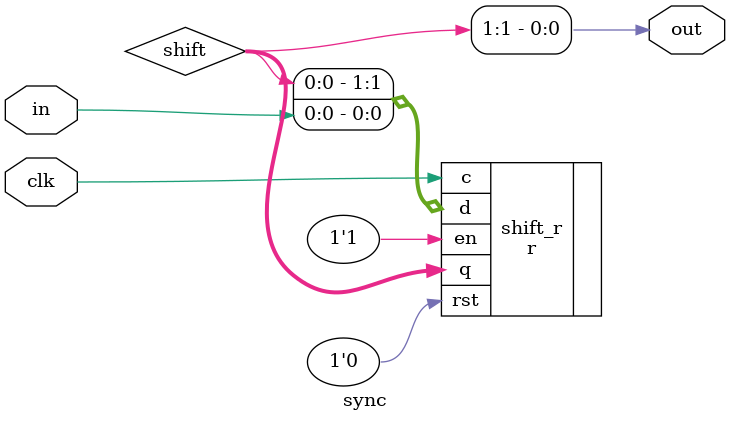
<source format=v>
`timescale 1ns/1ns
module sync
#(parameter W=1,
  parameter S=2) // number of synchronizer stages 
(input [W-1:0] in,
 input clk,
 output [W-1:0] out);

wire [W*S-1:0] shift;
r #(W*S) shift_r
  (.c(clk), .rst(1'b0), .en(1'b1),
   .d({shift[W*(S-1)-1:0], in}), .q(shift));
assign out = shift[W*S-1:W*(S-1)];

endmodule

</source>
